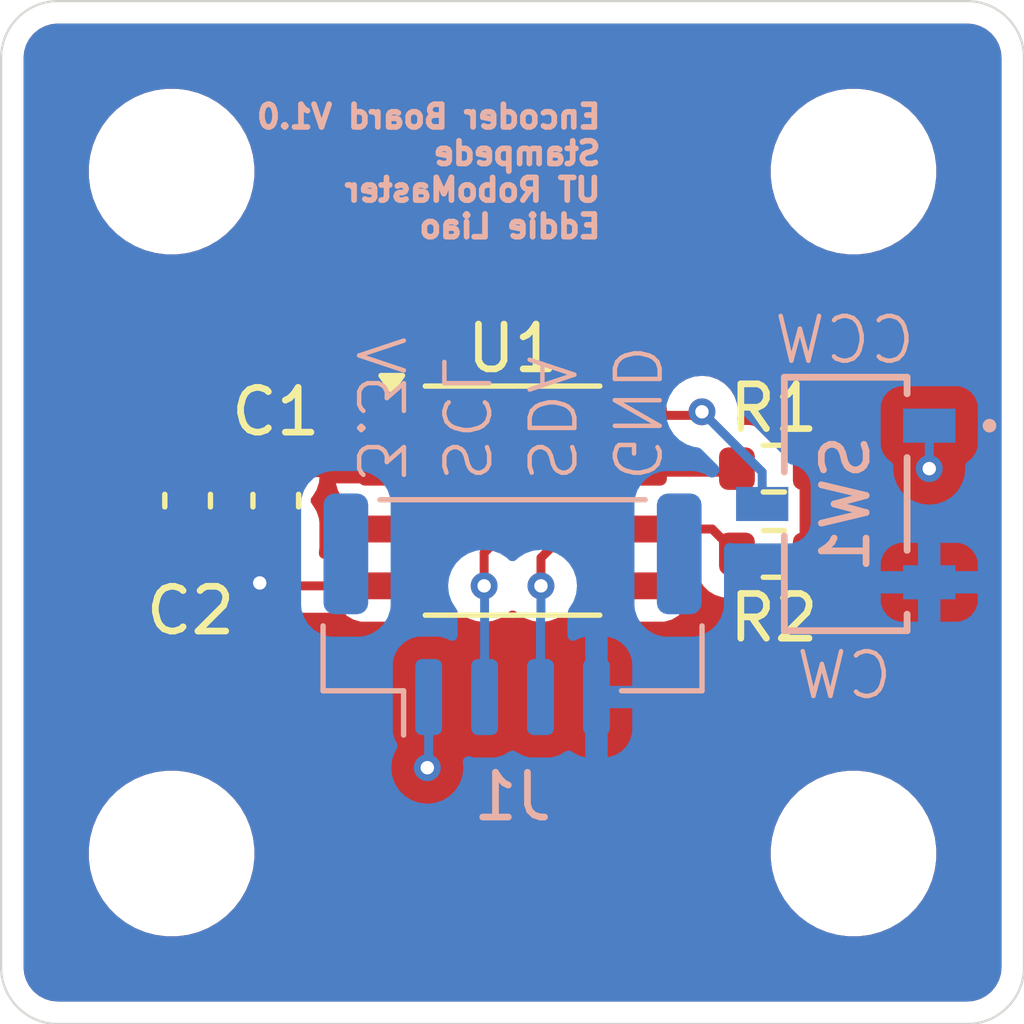
<source format=kicad_pcb>
(kicad_pcb (version 20240108) (generator "pcbnew") (generator_version "8.0")
  (title_block (title "Encoder Board") (date "2024-11-17") (rev "1.0") (company "Stampede - UT RoboMaster"))
  (layers (0 "F.Cu" signal) (31 "B.Cu" signal) (34 "B.Paste" user) (35 "F.Paste" user) (36 "B.SilkS" user "B.Silkscreen") (37 "F.SilkS" user "F.Silkscreen") (38 "B.Mask" user) (39 "F.Mask" user) (44 "Edge.Cuts" user))
  (net 0 "")
  (net 1 "+3.3V")
  (net 2 "GND")
  (net 3 "/SDA")
  (net 4 "/SCL")
  (net 7 "/DIR")
  (footprint "MountingHole:MountingHole_3.2mm_M3" (layer "F.Cu") (at 92.922 70.196618)
    (property "Reference" "H3" (hide yes))
    (property "Value" "MountingHole" (hide yes))
    (pad "" np_thru_hole circle (at 0 0) (size 3.2 3.2) (drill 3.2) (layers "*.Cu" "*.Mask"))
  )
  (footprint "Resistor_SMD:R_0603_1608Metric" (layer "F.Cu") (at 106.382 61.595 180)
    (property "Reference" "R1" (at 0 1.35 180) (layer "F.SilkS"))
    (property "Value" "4.7K")
    (fp_line (start -0.237258 0.5225) (end 0.237258 0.5225) (stroke (width 0.12)) (layer "F.SilkS"))
    (fp_line (start -0.237258 -0.5225) (end 0.237258 -0.5225) (stroke (width 0.12)) (layer "F.SilkS"))
    (pad "1" smd roundrect (at -0.825 0 180) (size 0.8 0.95) (layers "F.Cu" "F.Paste" "F.Mask") (net 1 "+3.3V"))
    (pad "2" smd roundrect (at 0.825 0 180) (size 0.8 0.95) (layers "F.Cu" "F.Paste" "F.Mask") (net 4 "/SCL"))
  )
  (footprint "MountingHole:MountingHole_3.2mm_M3" (layer "F.Cu") (at 108.162 70.196618)
    (property "Reference" "H4" (hide yes))
    (property "Value" "MountingHole" (hide yes))
    (pad "" np_thru_hole circle (at 0 0) (size 3.2 3.2) (drill 3.2) (layers "*.Cu" "*.Mask"))
  )
  (footprint "Capacitor_SMD:C_0603_1608Metric" (layer "F.Cu") (at 95.25 62.31 -90)
    (property "Reference" "C1" (at -1.985 0 0) (layer "F.SilkS"))
    (property "Value" "100nF")
    (fp_line (start -0.14058 0.51) (end 0.14058 0.51) (stroke (width 0.12)) (layer "F.SilkS"))
    (fp_line (start -0.14058 -0.51) (end 0.14058 -0.51) (stroke (width 0.12)) (layer "F.SilkS"))
    (pad "1" smd roundrect (at -0.775 0 270) (size 0.9 0.95) (layers "F.Cu" "F.Paste" "F.Mask") (net 1 "+3.3V"))
    (pad "2" smd roundrect (at 0.775 0 270) (size 0.9 0.95) (layers "F.Cu" "F.Paste" "F.Mask") (net 2 "GND"))
  )
  (footprint "MountingHole:MountingHole_3.2mm_M3" (layer "F.Cu") (at 108.162 54.956618)
    (property "Reference" "H2" (hide yes))
    (property "Value" "MountingHole" (hide yes))
    (pad "" np_thru_hole circle (at 0 0) (size 3.2 3.2) (drill 3.2) (layers "*.Cu" "*.Mask"))
  )
  (footprint "Capacitor_SMD:C_0603_1608Metric" (layer "F.Cu") (at 93.28 62.31 -90)
    (property "Reference" "C2" (at 2.46 -0.065 0) (layer "F.SilkS"))
    (property "Value" "1uF")
    (fp_line (start -0.14058 0.51) (end 0.14058 0.51) (stroke (width 0.12)) (layer "F.SilkS"))
    (fp_line (start -0.14058 -0.51) (end 0.14058 -0.51) (stroke (width 0.12)) (layer "F.SilkS"))
    (pad "1" smd roundrect (at -0.775 0 270) (size 0.9 0.95) (layers "F.Cu" "F.Paste" "F.Mask") (net 1 "+3.3V"))
    (pad "2" smd roundrect (at 0.775 0 270) (size 0.9 0.95) (layers "F.Cu" "F.Paste" "F.Mask") (net 2 "GND"))
  )
  (footprint "Resistor_SMD:R_0603_1608Metric" (layer "F.Cu") (at 106.382 63.5 180)
    (property "Reference" "R2" (at 0 -1.43 180) (layer "F.SilkS"))
    (property "Value" "4.7K")
    (fp_line (start -0.237258 0.5225) (end 0.237258 0.5225) (stroke (width 0.12)) (layer "F.SilkS"))
    (fp_line (start -0.237258 -0.5225) (end 0.237258 -0.5225) (stroke (width 0.12)) (layer "F.SilkS"))
    (pad "1" smd roundrect (at -0.825 0 180) (size 0.8 0.95) (layers "F.Cu" "F.Paste" "F.Mask") (net 1 "+3.3V"))
    (pad "2" smd roundrect (at 0.825 0 180) (size 0.8 0.95) (layers "F.Cu" "F.Paste" "F.Mask") (net 3 "/SDA"))
  )
  (footprint "MountingHole:MountingHole_3.2mm_M3" (layer "F.Cu") (at 92.922 54.956618)
    (property "Reference" "H1" (hide yes))
    (property "Value" "MountingHole" (hide yes))
    (pad "" np_thru_hole circle (at 0 0) (size 3.2 3.2) (drill 3.2) (layers "*.Cu" "*.Mask"))
  )
  (footprint "Package_SO:SOIC-8_3.9x4.9mm_P1.27mm" (layer "F.Cu") (at 100.542 62.31)
    (property "Reference" "U1" (at 0 -3.4 0) (layer "F.SilkS"))
    (property "Value" "AS5600")
    (fp_line (start 0 -2.56) (end -1.95 -2.56) (stroke (width 0.12)) (layer "F.SilkS"))
    (fp_line (start 0 -2.56) (end 1.95 -2.56) (stroke (width 0.12)) (layer "F.SilkS"))
    (fp_line (start 0 2.56) (end -1.95 2.56) (stroke (width 0.12)) (layer "F.SilkS"))
    (fp_line (start 0 2.56) (end 1.95 2.56) (stroke (width 0.12)) (layer "F.SilkS"))
    (fp_poly (pts (xy -2.7 -2.465) (xy -2.94 -2.795) (xy -2.46 -2.795) (xy -2.7 -2.465)) (stroke (width 0.12)) (fill solid) (layer "F.SilkS"))
    (pad "1" smd roundrect (at -2.475 -1.905) (size 1.95 0.6) (layers "F.Cu" "F.Paste" "F.Mask") (net 1 "+3.3V"))
    (pad "2" smd roundrect (at -2.475 -0.635) (size 1.95 0.6) (layers "F.Cu" "F.Paste" "F.Mask") (net 1 "+3.3V"))
    (pad "3" smd roundrect (at -2.475 0.635) (size 1.95 0.6) (layers "F.Cu" "F.Paste" "F.Mask"))
    (pad "4" smd roundrect (at -2.475 1.905) (size 1.95 0.6) (layers "F.Cu" "F.Paste" "F.Mask") (net 2 "GND"))
    (pad "5" smd roundrect (at 2.475 1.905) (size 1.95 0.6) (layers "F.Cu" "F.Paste" "F.Mask"))
    (pad "6" smd roundrect (at 2.475 0.635) (size 1.95 0.6) (layers "F.Cu" "F.Paste" "F.Mask") (net 3 "/SDA"))
    (pad "7" smd roundrect (at 2.475 -0.635) (size 1.95 0.6) (layers "F.Cu" "F.Paste" "F.Mask") (net 4 "/SCL"))
    (pad "8" smd roundrect (at 2.475 -1.905) (size 1.95 0.6) (layers "F.Cu" "F.Paste" "F.Mask") (net 7 "/DIR"))
  )
  (footprint "RoboMaster:Logo_Mask_Small" (layer "B.Cu") (at 104.479 54.702618 180)
    (property "Reference" "G***" (hide yes))
    (property "Value" "LOGO" (hide yes))
  )
  (footprint "RoboMaster:CJS-1200B_NDC" (layer "B.Cu") (at 107.9881 62.384998 -90)
    (property "Reference" "SW1" (at 0 0 90) (layer "B.SilkS") (effects (justify mirror)))
    (property "Value" "CJS-1200TB")
    (fp_line (start -2.8321 1.3716) (end -0.71374 1.3716) (stroke (width 0.1524)) (layer "B.SilkS"))
    (fp_line (start 0.71374 1.3716) (end 2.8321 1.3716) (stroke (width 0.1524)) (layer "B.SilkS"))
    (fp_line (start 2.8321 1.3716) (end 2.8321 -1.3716) (stroke (width 0.1524)) (layer "B.SilkS"))
    (fp_line (start -2.8321 -1.3716) (end -2.8321 1.3716) (stroke (width 0.1524)) (layer "B.SilkS"))
    (fp_line (start -2.463742 -1.3716) (end -2.8321 -1.3716) (stroke (width 0.1524)) (layer "B.SilkS"))
    (fp_line (start 1.036262 -1.3716) (end -1.036262 -1.3716) (stroke (width 0.1524)) (layer "B.SilkS"))
    (fp_line (start 2.8321 -1.3716) (end 2.463742 -1.3716) (stroke (width 0.1524)) (layer "B.SilkS"))
    (fp_circle (center -1.75 -3.2131) (end -1.6738 -3.2131) (stroke (width 0.1524)) (fill none) (layer "B.SilkS"))
    (pad "1" smd rect (at -1.750002 -1.8669 270) (size 0.762 1.1684) (layers "B.Cu" "B.Paste" "B.Mask") (net 1 "+3.3V"))
    (pad "2" smd rect (at 0 1.8669 270) (size 0.762 1.1684) (layers "B.Cu" "B.Paste" "B.Mask") (net 7 "/DIR"))
    (pad "3" smd rect (at 1.750002 -1.8669 270) (size 0.762 1.1684) (layers "B.Cu" "B.Paste" "B.Mask") (net 2 "GND"))
  )
  (footprint "Connector_JST:JST_GH_SM04B-GHS-TB_1x04-1MP_P1.25mm_Horizontal" (layer "B.Cu") (at 100.542 64.85)
    (property "Reference" "J1" (at 0 4.076618 0) (layer "B.SilkS") (effects (justify mirror)))
    (property "Value" "Conn_01x04")
    (fp_line (start -4.235 1.71) (end -4.235 0.26) (stroke (width 0.12)) (layer "B.SilkS"))
    (fp_line (start -2.435 1.71) (end -4.235 1.71) (stroke (width 0.12)) (layer "B.SilkS"))
    (fp_line (start -2.435 2.7) (end -2.435 1.71) (stroke (width 0.12)) (layer "B.SilkS"))
    (fp_line (start 2.435 1.71) (end 4.235 1.71) (stroke (width 0.12)) (layer "B.SilkS"))
    (fp_line (start 2.965 -2.56) (end -2.965 -2.56) (stroke (width 0.12)) (layer "B.SilkS"))
    (fp_line (start 4.235 1.71) (end 4.235 0.26) (stroke (width 0.12)) (layer "B.SilkS"))
    (pad "1" smd roundrect (at -1.875 1.85) (size 0.6 1.7) (layers "B.Cu" "B.Paste" "B.Mask") (net 1 "+3.3V"))
    (pad "2" smd roundrect (at -0.625 1.85) (size 0.6 1.7) (layers "B.Cu" "B.Paste" "B.Mask") (net 4 "/SCL"))
    (pad "3" smd roundrect (at 0.625 1.85) (size 0.6 1.7) (layers "B.Cu" "B.Paste" "B.Mask") (net 3 "/SDA"))
    (pad "4" smd roundrect (at 1.875 1.85) (size 0.6 1.7) (layers "B.Cu" "B.Paste" "B.Mask") (net 2 "GND"))
    (pad "MP" smd roundrect (at -3.725 -1.35) (size 1 2.7) (layers "B.Cu" "B.Paste" "B.Mask"))
    (pad "MP" smd roundrect (at 3.725 -1.35) (size 1 2.7) (layers "B.Cu" "B.Paste" "B.Mask"))
  )
  (gr_line (start 111.972 52.416618) (end 111.972 72.736618) (stroke (width 0.05)) (layer "Edge.Cuts"))
  (gr_arc (start 89.112 52.416618) (mid 89.483974 51.518592) (end 90.382 51.146618) (stroke (width 0.05)) (layer "Edge.Cuts"))
  (gr_line (start 89.112 72.736618) (end 89.112 52.416618) (stroke (width 0.05)) (layer "Edge.Cuts"))
  (gr_arc (start 111.972 72.736618) (mid 111.600026 73.634644) (end 110.702 74.006618) (stroke (width 0.05)) (layer "Edge.Cuts"))
  (gr_line (start 90.382 51.146618) (end 110.702 51.146618) (stroke (width 0.05)) (layer "Edge.Cuts"))
  (gr_arc (start 110.702 51.146618) (mid 111.600026 51.518592) (end 111.972 52.416618) (stroke (width 0.05)) (layer "Edge.Cuts"))
  (gr_arc (start 90.382 74.006618) (mid 89.483974 73.634644) (end 89.112 72.736618) (stroke (width 0.05)) (layer "Edge.Cuts"))
  (gr_line (start 110.702 74.006618) (end 90.382 74.006618) (stroke (width 0.05)) (layer "Edge.Cuts"))
  (gr_text "Encoder Board V1.0\nStampede\nUT RoboMaster\nEddie Liao\n" (at 102.574 56.480618 0) (layer "B.SilkS") (effects (font (size 0.508 0.508) (thickness 0.127) (bold yes)) (justify left bottom mirror)))
  (gr_text "SDA" (at 100.796 61.941618 -90) (layer "B.SilkS") (effects (font (size 1 1) (thickness 0.1)) (justify left bottom mirror)))
  (gr_text "GND" (at 102.701 61.941618 -90) (layer "B.SilkS") (effects (font (size 1 1) (thickness 0.1)) (justify left bottom mirror)))
  (gr_text "CCW" (at 109.601 59.309 0) (layer "B.SilkS") (effects (font (size 1 1) (thickness 0.1)) (justify left bottom mirror)))
  (gr_text "CW" (at 109.093 66.802 0) (layer "B.SilkS") (effects (font (size 1 1) (thickness 0.1)) (justify left bottom mirror)))
  (gr_text "SCL" (at 98.891 61.941618 -90) (layer "B.SilkS") (effects (font (size 1 1) (thickness 0.1)) (justify left bottom mirror)))
  (gr_text "3.3V" (at 96.986 61.941618 -90) (layer "B.SilkS") (effects (font (size 1 1) (thickness 0.1)) (justify left bottom mirror)))
  (segment (start 95.047 61.675) (end 94.892 61.83) (width 0.2) (layer "F.Cu") (net 1))
  (via (at 109.855 61.595) (size 0.6) (drill 0.3) (layers "F.Cu" "B.Cu") (net 1))
  (via (at 98.637 68.279) (size 0.6) (drill 0.3) (layers "F.Cu" "B.Cu") (net 1))
  (segment (start 98.667 68.249) (end 98.637 68.279) (width 0.2) (layer "B.Cu") (net 1))
  (segment (start 98.667 66.7) (end 98.667 68.249) (width 0.2) (layer "B.Cu") (net 1))
  (segment (start 109.855 60.634996) (end 109.855 61.595) (width 0.2) (layer "B.Cu") (net 1))
  (segment (start 94.282 64.15) (end 92.922 62.79) (width 0.2) (layer "F.Cu") (net 2))
  (segment (start 94.892 64.15) (end 94.282 64.15) (width 0.2) (layer "F.Cu") (net 2))
  (segment (start 94.892 64.15) (end 94.892 62.79) (width 0.2) (layer "F.Cu") (net 2))
  (segment (start 94.957 64.215) (end 94.892 64.15) (width 0.2) (layer "F.Cu") (net 2))
  (segment (start 98.067 64.215) (end 94.957 64.215) (width 0.2) (layer "F.Cu") (net 2))
  (via (at 94.892 64.15) (size 0.6) (drill 0.3) (layers "F.Cu" "B.Cu") (net 2))
  (segment (start 101.182 63.585) (end 101.177 63.59) (width 0.2) (layer "F.Cu") (net 3))
  (segment (start 103.017 62.945) (end 105.002 62.945) (width 0.2) (layer "F.Cu") (net 3))
  (segment (start 101.182 63.585) (end 101.822 62.945) (width 0.2) (layer "F.Cu") (net 3))
  (segment (start 101.177 63.59) (end 101.177 64.215) (width 0.2) (layer "F.Cu") (net 3))
  (segment (start 101.822 62.945) (end 103.017 62.945) (width 0.2) (layer "F.Cu") (net 3))
  (segment (start 105.002 62.945) (end 105.557 63.5) (width 0.2) (layer "F.Cu") (net 3))
  (via (at 101.177 64.215) (size 0.6) (drill 0.3) (layers "F.Cu" "B.Cu") (net 3))
  (segment (start 101.167 64.86) (end 101.167 66.7) (width 0.2) (layer "B.Cu") (net 3))
  (segment (start 101.177 64.85) (end 101.167 64.86) (width 0.2) (layer "B.Cu") (net 3))
  (segment (start 101.177 64.215) (end 101.177 64.85) (width 0.2) (layer "B.Cu") (net 3))
  (segment (start 99.907 63.478235) (end 99.907 64.215) (width 0.2) (layer "F.Cu") (net 4))
  (segment (start 99.907 63.478235) (end 101.710235 61.675) (width 0.2) (layer "F.Cu") (net 4))
  (segment (start 103.017 61.675) (end 105.477 61.675) (width 0.2) (layer "F.Cu") (net 4))
  (segment (start 101.710235 61.675) (end 103.017 61.675) (width 0.2) (layer "F.Cu") (net 4))
  (segment (start 105.477 61.675) (end 105.557 61.595) (width 0.2) (layer "F.Cu") (net 4))
  (via (at 99.907 64.215) (size 0.6) (drill 0.3) (layers "F.Cu" "B.Cu") (net 4))
  (segment (start 99.917 64.225) (end 99.917 66.7) (width 0.2) (layer "B.Cu") (net 4))
  (segment (start 99.907 64.215) (end 99.917 64.225) (width 0.2) (layer "B.Cu") (net 4))
  (segment (start 104.695 60.405) (end 104.775 60.325) (width 0.2) (layer "F.Cu") (net 7))
  (segment (start 103.017 60.405) (end 104.695 60.405) (width 0.2) (layer "F.Cu") (net 7))
  (via (at 104.775 60.325) (size 0.6) (drill 0.3) (layers "F.Cu" "B.Cu") (net 7))
  (segment (start 106.1212 62.384998) (end 106.1212 61.6712) (width 0.2) (layer "B.Cu") (net 7))
  (segment (start 106.1212 61.6712) (end 104.775 60.325) (width 0.2) (layer "B.Cu") (net 7))
  (zone (net 1) (net_name "+3.3V") (layer "F.Cu") (priority 1) (connect_pads (clearance 0.5)) (min_thickness 0.25) (fill yes (thermal_gap 0.5) (thermal_bridge_width 0.5))
    (polygon (pts (xy 89.112 51.146618) (xy 111.972 51.146618) (xy 111.972 74.006618) (xy 89.112 74.006618)))
  )
  (zone (net 2) (net_name "GND") (layer "B.Cu") (connect_pads (clearance 0.5)) (min_thickness 0.25) (fill yes (thermal_gap 0.5) (thermal_bridge_width 0.5))
    (polygon (pts (xy 89.112 51.146618) (xy 111.972 51.146618) (xy 111.972 74.006618) (xy 89.112 74.006618)))
  )
)
</source>
